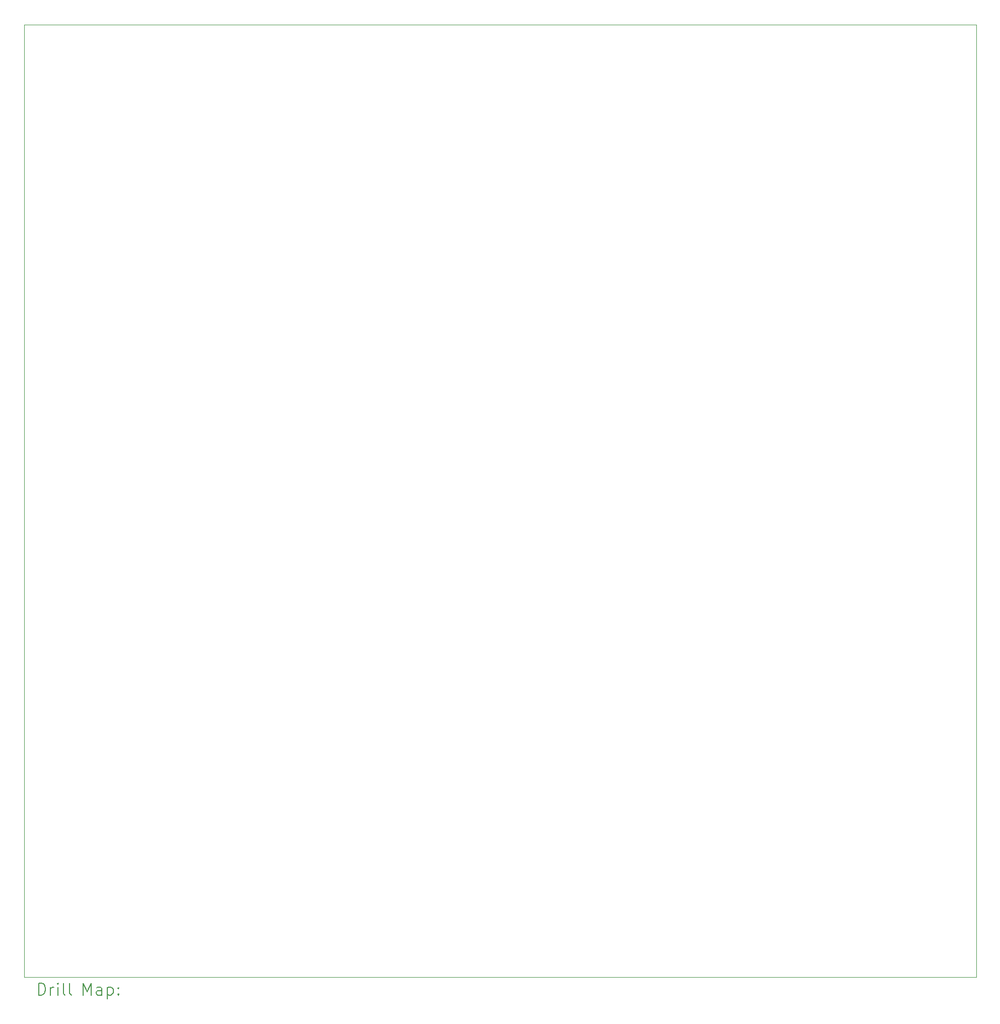
<source format=gbr>
%TF.GenerationSoftware,KiCad,Pcbnew,(7.0.0)*%
%TF.CreationDate,2023-04-03T18:31:59+02:00*%
%TF.ProjectId,EXP6502,45585036-3530-4322-9e6b-696361645f70,rev?*%
%TF.SameCoordinates,Original*%
%TF.FileFunction,Drillmap*%
%TF.FilePolarity,Positive*%
%FSLAX45Y45*%
G04 Gerber Fmt 4.5, Leading zero omitted, Abs format (unit mm)*
G04 Created by KiCad (PCBNEW (7.0.0)) date 2023-04-03 18:31:59*
%MOMM*%
%LPD*%
G01*
G04 APERTURE LIST*
%ADD10C,0.100000*%
%ADD11C,0.200000*%
G04 APERTURE END LIST*
D10*
X0Y0D02*
X16000000Y0D01*
X16000000Y0D02*
X16000000Y-16000000D01*
X16000000Y-16000000D02*
X0Y-16000000D01*
X0Y-16000000D02*
X0Y0D01*
D11*
X242619Y-16298476D02*
X242619Y-16098476D01*
X242619Y-16098476D02*
X290238Y-16098476D01*
X290238Y-16098476D02*
X318810Y-16108000D01*
X318810Y-16108000D02*
X337857Y-16127048D01*
X337857Y-16127048D02*
X347381Y-16146095D01*
X347381Y-16146095D02*
X356905Y-16184190D01*
X356905Y-16184190D02*
X356905Y-16212762D01*
X356905Y-16212762D02*
X347381Y-16250857D01*
X347381Y-16250857D02*
X337857Y-16269905D01*
X337857Y-16269905D02*
X318810Y-16288952D01*
X318810Y-16288952D02*
X290238Y-16298476D01*
X290238Y-16298476D02*
X242619Y-16298476D01*
X442619Y-16298476D02*
X442619Y-16165143D01*
X442619Y-16203238D02*
X452143Y-16184190D01*
X452143Y-16184190D02*
X461667Y-16174667D01*
X461667Y-16174667D02*
X480714Y-16165143D01*
X480714Y-16165143D02*
X499762Y-16165143D01*
X566429Y-16298476D02*
X566429Y-16165143D01*
X566429Y-16098476D02*
X556905Y-16108000D01*
X556905Y-16108000D02*
X566429Y-16117524D01*
X566429Y-16117524D02*
X575952Y-16108000D01*
X575952Y-16108000D02*
X566429Y-16098476D01*
X566429Y-16098476D02*
X566429Y-16117524D01*
X690238Y-16298476D02*
X671190Y-16288952D01*
X671190Y-16288952D02*
X661667Y-16269905D01*
X661667Y-16269905D02*
X661667Y-16098476D01*
X795000Y-16298476D02*
X775952Y-16288952D01*
X775952Y-16288952D02*
X766428Y-16269905D01*
X766428Y-16269905D02*
X766428Y-16098476D01*
X991190Y-16298476D02*
X991190Y-16098476D01*
X991190Y-16098476D02*
X1057857Y-16241333D01*
X1057857Y-16241333D02*
X1124524Y-16098476D01*
X1124524Y-16098476D02*
X1124524Y-16298476D01*
X1305476Y-16298476D02*
X1305476Y-16193714D01*
X1305476Y-16193714D02*
X1295952Y-16174667D01*
X1295952Y-16174667D02*
X1276905Y-16165143D01*
X1276905Y-16165143D02*
X1238809Y-16165143D01*
X1238809Y-16165143D02*
X1219762Y-16174667D01*
X1305476Y-16288952D02*
X1286429Y-16298476D01*
X1286429Y-16298476D02*
X1238809Y-16298476D01*
X1238809Y-16298476D02*
X1219762Y-16288952D01*
X1219762Y-16288952D02*
X1210238Y-16269905D01*
X1210238Y-16269905D02*
X1210238Y-16250857D01*
X1210238Y-16250857D02*
X1219762Y-16231809D01*
X1219762Y-16231809D02*
X1238809Y-16222286D01*
X1238809Y-16222286D02*
X1286429Y-16222286D01*
X1286429Y-16222286D02*
X1305476Y-16212762D01*
X1400714Y-16165143D02*
X1400714Y-16365143D01*
X1400714Y-16174667D02*
X1419762Y-16165143D01*
X1419762Y-16165143D02*
X1457857Y-16165143D01*
X1457857Y-16165143D02*
X1476905Y-16174667D01*
X1476905Y-16174667D02*
X1486428Y-16184190D01*
X1486428Y-16184190D02*
X1495952Y-16203238D01*
X1495952Y-16203238D02*
X1495952Y-16260381D01*
X1495952Y-16260381D02*
X1486428Y-16279428D01*
X1486428Y-16279428D02*
X1476905Y-16288952D01*
X1476905Y-16288952D02*
X1457857Y-16298476D01*
X1457857Y-16298476D02*
X1419762Y-16298476D01*
X1419762Y-16298476D02*
X1400714Y-16288952D01*
X1581667Y-16279428D02*
X1591190Y-16288952D01*
X1591190Y-16288952D02*
X1581667Y-16298476D01*
X1581667Y-16298476D02*
X1572143Y-16288952D01*
X1572143Y-16288952D02*
X1581667Y-16279428D01*
X1581667Y-16279428D02*
X1581667Y-16298476D01*
X1581667Y-16174667D02*
X1591190Y-16184190D01*
X1591190Y-16184190D02*
X1581667Y-16193714D01*
X1581667Y-16193714D02*
X1572143Y-16184190D01*
X1572143Y-16184190D02*
X1581667Y-16174667D01*
X1581667Y-16174667D02*
X1581667Y-16193714D01*
M02*

</source>
